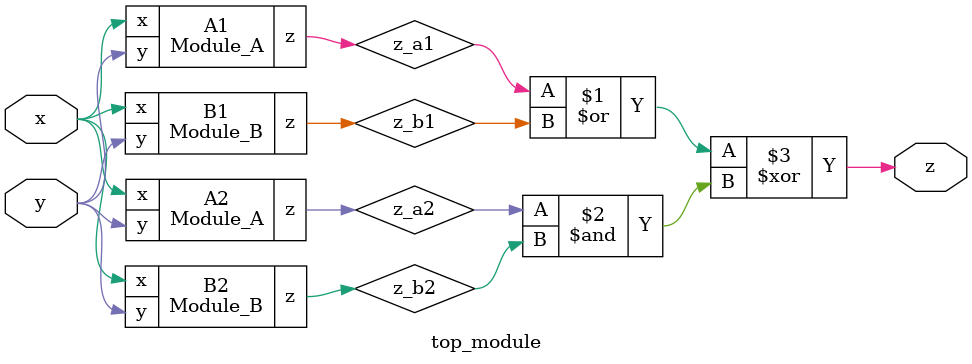
<source format=sv>
module Module_A(
    input x,
    input y,
    output z
);

assign z = (x ^ y) & x;

endmodule
module Module_B(
    input x,
    input y,
    output z
);

assign z = ~((x ^ y) & x);

endmodule
module top_module(
    input x,
    input y,
    output z
);

wire z_a1, z_b1, z_a2, z_b2;

Module_A A1(
    .x(x),
    .y(y),
    .z(z_a1)
);

Module_B B1(
    .x(x),
    .y(y),
    .z(z_b1)
);

Module_A A2(
    .x(x),
    .y(y),
    .z(z_a2)
);

Module_B B2(
    .x(x),
    .y(y),
    .z(z_b2)
);

assign z = (z_a1 | z_b1) ^ (z_a2 & z_b2);

endmodule

</source>
